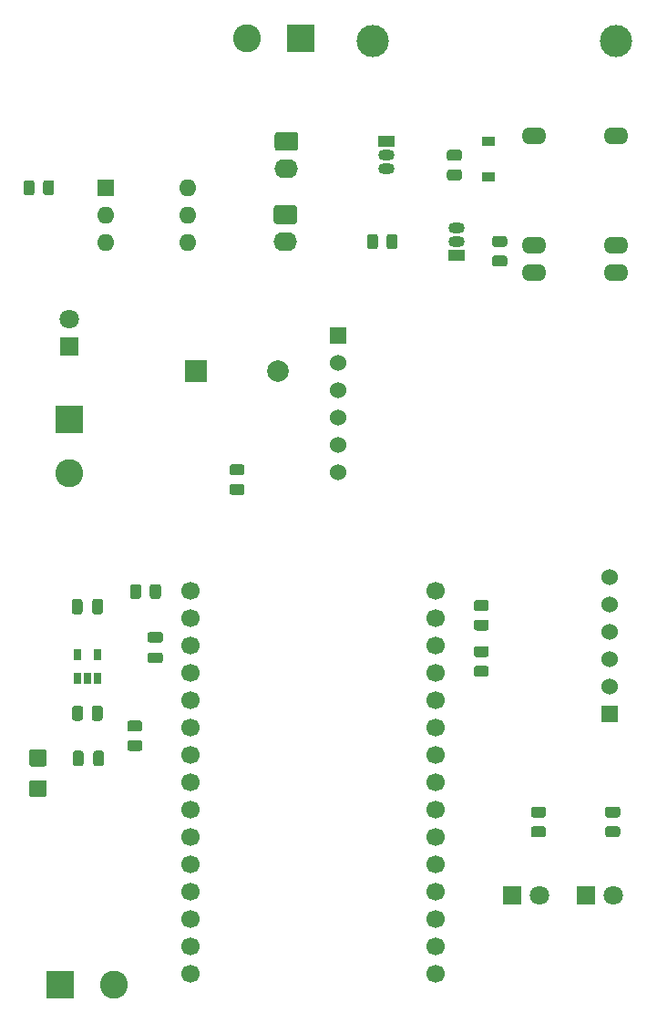
<source format=gbr>
%TF.GenerationSoftware,KiCad,Pcbnew,5.1.12-84ad8e8a86~92~ubuntu16.04.1*%
%TF.CreationDate,2022-04-25T15:27:55-03:00*%
%TF.ProjectId,Avionica,4176696f-6e69-4636-912e-6b696361645f,rev?*%
%TF.SameCoordinates,Original*%
%TF.FileFunction,Soldermask,Top*%
%TF.FilePolarity,Negative*%
%FSLAX46Y46*%
G04 Gerber Fmt 4.6, Leading zero omitted, Abs format (unit mm)*
G04 Created by KiCad (PCBNEW 5.1.12-84ad8e8a86~92~ubuntu16.04.1) date 2022-04-25 15:27:55*
%MOMM*%
%LPD*%
G01*
G04 APERTURE LIST*
%ADD10O,2.300000X1.600000*%
%ADD11R,1.524000X1.524000*%
%ADD12C,1.524000*%
%ADD13R,2.000000X2.000000*%
%ADD14C,2.000000*%
%ADD15R,1.800000X1.800000*%
%ADD16C,1.800000*%
%ADD17R,1.200000X0.900000*%
%ADD18C,3.000000*%
%ADD19C,2.600000*%
%ADD20R,2.600000X2.600000*%
%ADD21O,2.190000X1.740000*%
%ADD22O,1.500000X1.050000*%
%ADD23R,1.500000X1.050000*%
%ADD24R,0.650000X1.060000*%
%ADD25R,1.600000X1.600000*%
%ADD26O,1.600000X1.600000*%
%ADD27C,1.700000*%
G04 APERTURE END LIST*
D10*
%TO.C,K1*%
X152910000Y-61760000D03*
X152910000Y-71920000D03*
X145290000Y-61760000D03*
X145290000Y-71920000D03*
X152910000Y-74460000D03*
X145290000Y-74460000D03*
%TD*%
D11*
%TO.C,A1*%
X152300000Y-115500000D03*
D12*
X152300000Y-112960000D03*
X152300000Y-110420000D03*
X152300000Y-107880000D03*
X152300000Y-105340000D03*
X152300000Y-102800000D03*
%TD*%
D11*
%TO.C,A2*%
X127100000Y-80300000D03*
D12*
X127100000Y-82840000D03*
X127100000Y-85380000D03*
X127100000Y-87920000D03*
X127100000Y-90460000D03*
X127100000Y-93000000D03*
%TD*%
D13*
%TO.C,BZ1*%
X113900000Y-83600000D03*
D14*
X121500000Y-83600000D03*
%TD*%
%TO.C,C1*%
G36*
G01*
X109625000Y-109750000D02*
X110575000Y-109750000D01*
G75*
G02*
X110825000Y-110000000I0J-250000D01*
G01*
X110825000Y-110500000D01*
G75*
G02*
X110575000Y-110750000I-250000J0D01*
G01*
X109625000Y-110750000D01*
G75*
G02*
X109375000Y-110500000I0J250000D01*
G01*
X109375000Y-110000000D01*
G75*
G02*
X109625000Y-109750000I250000J0D01*
G01*
G37*
G36*
G01*
X109625000Y-107850000D02*
X110575000Y-107850000D01*
G75*
G02*
X110825000Y-108100000I0J-250000D01*
G01*
X110825000Y-108600000D01*
G75*
G02*
X110575000Y-108850000I-250000J0D01*
G01*
X109625000Y-108850000D01*
G75*
G02*
X109375000Y-108600000I0J250000D01*
G01*
X109375000Y-108100000D01*
G75*
G02*
X109625000Y-107850000I250000J0D01*
G01*
G37*
%TD*%
%TO.C,C2*%
G36*
G01*
X102450000Y-120075000D02*
X102450000Y-119125000D01*
G75*
G02*
X102700000Y-118875000I250000J0D01*
G01*
X103200000Y-118875000D01*
G75*
G02*
X103450000Y-119125000I0J-250000D01*
G01*
X103450000Y-120075000D01*
G75*
G02*
X103200000Y-120325000I-250000J0D01*
G01*
X102700000Y-120325000D01*
G75*
G02*
X102450000Y-120075000I0J250000D01*
G01*
G37*
G36*
G01*
X104350000Y-120075000D02*
X104350000Y-119125000D01*
G75*
G02*
X104600000Y-118875000I250000J0D01*
G01*
X105100000Y-118875000D01*
G75*
G02*
X105350000Y-119125000I0J-250000D01*
G01*
X105350000Y-120075000D01*
G75*
G02*
X105100000Y-120325000I-250000J0D01*
G01*
X104600000Y-120325000D01*
G75*
G02*
X104350000Y-120075000I0J250000D01*
G01*
G37*
%TD*%
%TO.C,C3*%
G36*
G01*
X102350000Y-105975000D02*
X102350000Y-105025000D01*
G75*
G02*
X102600000Y-104775000I250000J0D01*
G01*
X103100000Y-104775000D01*
G75*
G02*
X103350000Y-105025000I0J-250000D01*
G01*
X103350000Y-105975000D01*
G75*
G02*
X103100000Y-106225000I-250000J0D01*
G01*
X102600000Y-106225000D01*
G75*
G02*
X102350000Y-105975000I0J250000D01*
G01*
G37*
G36*
G01*
X104250000Y-105975000D02*
X104250000Y-105025000D01*
G75*
G02*
X104500000Y-104775000I250000J0D01*
G01*
X105000000Y-104775000D01*
G75*
G02*
X105250000Y-105025000I0J-250000D01*
G01*
X105250000Y-105975000D01*
G75*
G02*
X105000000Y-106225000I-250000J0D01*
G01*
X104500000Y-106225000D01*
G75*
G02*
X104250000Y-105975000I0J250000D01*
G01*
G37*
%TD*%
D15*
%TO.C,D1*%
X150100000Y-132300000D03*
D16*
X152640000Y-132300000D03*
%TD*%
%TO.C,D2*%
X102100000Y-78760000D03*
D15*
X102100000Y-81300000D03*
%TD*%
D17*
%TO.C,D3*%
X141090000Y-62260000D03*
X141090000Y-65560000D03*
%TD*%
D15*
%TO.C,D4*%
X143260000Y-132300000D03*
D16*
X145800000Y-132300000D03*
%TD*%
%TO.C,F1*%
G36*
G01*
X98625000Y-118750000D02*
X99775000Y-118750000D01*
G75*
G02*
X100025000Y-119000000I0J-250000D01*
G01*
X100025000Y-120100000D01*
G75*
G02*
X99775000Y-120350000I-250000J0D01*
G01*
X98625000Y-120350000D01*
G75*
G02*
X98375000Y-120100000I0J250000D01*
G01*
X98375000Y-119000000D01*
G75*
G02*
X98625000Y-118750000I250000J0D01*
G01*
G37*
G36*
G01*
X98625000Y-121600000D02*
X99775000Y-121600000D01*
G75*
G02*
X100025000Y-121850000I0J-250000D01*
G01*
X100025000Y-122950000D01*
G75*
G02*
X99775000Y-123200000I-250000J0D01*
G01*
X98625000Y-123200000D01*
G75*
G02*
X98375000Y-122950000I0J250000D01*
G01*
X98375000Y-121850000D01*
G75*
G02*
X98625000Y-121600000I250000J0D01*
G01*
G37*
%TD*%
D18*
%TO.C,F2*%
X130300000Y-53000000D03*
X152900000Y-53000000D03*
%TD*%
D19*
%TO.C,J1*%
X106300000Y-140600000D03*
D20*
X101300000Y-140600000D03*
%TD*%
%TO.C,J2*%
X102100000Y-88100000D03*
D19*
X102100000Y-93100000D03*
%TD*%
D21*
%TO.C,J3*%
X122300000Y-64840000D03*
G36*
G01*
X121454999Y-61430000D02*
X123145001Y-61430000D01*
G75*
G02*
X123395000Y-61679999I0J-249999D01*
G01*
X123395000Y-62920001D01*
G75*
G02*
X123145001Y-63170000I-249999J0D01*
G01*
X121454999Y-63170000D01*
G75*
G02*
X121205000Y-62920001I0J249999D01*
G01*
X121205000Y-61679999D01*
G75*
G02*
X121454999Y-61430000I249999J0D01*
G01*
G37*
%TD*%
%TO.C,J4*%
G36*
G01*
X121354999Y-68230000D02*
X123045001Y-68230000D01*
G75*
G02*
X123295000Y-68479999I0J-249999D01*
G01*
X123295000Y-69720001D01*
G75*
G02*
X123045001Y-69970000I-249999J0D01*
G01*
X121354999Y-69970000D01*
G75*
G02*
X121105000Y-69720001I0J249999D01*
G01*
X121105000Y-68479999D01*
G75*
G02*
X121354999Y-68230000I249999J0D01*
G01*
G37*
X122200000Y-71640000D03*
%TD*%
D20*
%TO.C,J5*%
X123600000Y-52700000D03*
D19*
X118600000Y-52700000D03*
%TD*%
D22*
%TO.C,Q1*%
X131600000Y-63570000D03*
X131600000Y-64840000D03*
D23*
X131600000Y-62300000D03*
%TD*%
%TO.C,Q2*%
X138100000Y-72900000D03*
D22*
X138100000Y-70360000D03*
X138100000Y-71630000D03*
%TD*%
%TO.C,R1*%
G36*
G01*
X108800000Y-103649998D02*
X108800000Y-104550002D01*
G75*
G02*
X108550002Y-104800000I-249998J0D01*
G01*
X108024998Y-104800000D01*
G75*
G02*
X107775000Y-104550002I0J249998D01*
G01*
X107775000Y-103649998D01*
G75*
G02*
X108024998Y-103400000I249998J0D01*
G01*
X108550002Y-103400000D01*
G75*
G02*
X108800000Y-103649998I0J-249998D01*
G01*
G37*
G36*
G01*
X110625000Y-103649998D02*
X110625000Y-104550002D01*
G75*
G02*
X110375002Y-104800000I-249998J0D01*
G01*
X109849998Y-104800000D01*
G75*
G02*
X109600000Y-104550002I0J249998D01*
G01*
X109600000Y-103649998D01*
G75*
G02*
X109849998Y-103400000I249998J0D01*
G01*
X110375002Y-103400000D01*
G75*
G02*
X110625000Y-103649998I0J-249998D01*
G01*
G37*
%TD*%
%TO.C,R2*%
G36*
G01*
X140850002Y-105900000D02*
X139949998Y-105900000D01*
G75*
G02*
X139700000Y-105650002I0J249998D01*
G01*
X139700000Y-105124998D01*
G75*
G02*
X139949998Y-104875000I249998J0D01*
G01*
X140850002Y-104875000D01*
G75*
G02*
X141100000Y-105124998I0J-249998D01*
G01*
X141100000Y-105650002D01*
G75*
G02*
X140850002Y-105900000I-249998J0D01*
G01*
G37*
G36*
G01*
X140850002Y-107725000D02*
X139949998Y-107725000D01*
G75*
G02*
X139700000Y-107475002I0J249998D01*
G01*
X139700000Y-106949998D01*
G75*
G02*
X139949998Y-106700000I249998J0D01*
G01*
X140850002Y-106700000D01*
G75*
G02*
X141100000Y-106949998I0J-249998D01*
G01*
X141100000Y-107475002D01*
G75*
G02*
X140850002Y-107725000I-249998J0D01*
G01*
G37*
%TD*%
%TO.C,R3*%
G36*
G01*
X140850002Y-112012500D02*
X139949998Y-112012500D01*
G75*
G02*
X139700000Y-111762502I0J249998D01*
G01*
X139700000Y-111237498D01*
G75*
G02*
X139949998Y-110987500I249998J0D01*
G01*
X140850002Y-110987500D01*
G75*
G02*
X141100000Y-111237498I0J-249998D01*
G01*
X141100000Y-111762502D01*
G75*
G02*
X140850002Y-112012500I-249998J0D01*
G01*
G37*
G36*
G01*
X140850002Y-110187500D02*
X139949998Y-110187500D01*
G75*
G02*
X139700000Y-109937502I0J249998D01*
G01*
X139700000Y-109412498D01*
G75*
G02*
X139949998Y-109162500I249998J0D01*
G01*
X140850002Y-109162500D01*
G75*
G02*
X141100000Y-109412498I0J-249998D01*
G01*
X141100000Y-109937502D01*
G75*
G02*
X140850002Y-110187500I-249998J0D01*
G01*
G37*
%TD*%
%TO.C,R4*%
G36*
G01*
X103400000Y-114949998D02*
X103400000Y-115850002D01*
G75*
G02*
X103150002Y-116100000I-249998J0D01*
G01*
X102624998Y-116100000D01*
G75*
G02*
X102375000Y-115850002I0J249998D01*
G01*
X102375000Y-114949998D01*
G75*
G02*
X102624998Y-114700000I249998J0D01*
G01*
X103150002Y-114700000D01*
G75*
G02*
X103400000Y-114949998I0J-249998D01*
G01*
G37*
G36*
G01*
X105225000Y-114949998D02*
X105225000Y-115850002D01*
G75*
G02*
X104975002Y-116100000I-249998J0D01*
G01*
X104449998Y-116100000D01*
G75*
G02*
X104200000Y-115850002I0J249998D01*
G01*
X104200000Y-114949998D01*
G75*
G02*
X104449998Y-114700000I249998J0D01*
G01*
X104975002Y-114700000D01*
G75*
G02*
X105225000Y-114949998I0J-249998D01*
G01*
G37*
%TD*%
%TO.C,R5*%
G36*
G01*
X107749998Y-116075000D02*
X108650002Y-116075000D01*
G75*
G02*
X108900000Y-116324998I0J-249998D01*
G01*
X108900000Y-116850002D01*
G75*
G02*
X108650002Y-117100000I-249998J0D01*
G01*
X107749998Y-117100000D01*
G75*
G02*
X107500000Y-116850002I0J249998D01*
G01*
X107500000Y-116324998D01*
G75*
G02*
X107749998Y-116075000I249998J0D01*
G01*
G37*
G36*
G01*
X107749998Y-117900000D02*
X108650002Y-117900000D01*
G75*
G02*
X108900000Y-118149998I0J-249998D01*
G01*
X108900000Y-118675002D01*
G75*
G02*
X108650002Y-118925000I-249998J0D01*
G01*
X107749998Y-118925000D01*
G75*
G02*
X107500000Y-118675002I0J249998D01*
G01*
X107500000Y-118149998D01*
G75*
G02*
X107749998Y-117900000I249998J0D01*
G01*
G37*
%TD*%
%TO.C,R6*%
G36*
G01*
X152149998Y-124062500D02*
X153050002Y-124062500D01*
G75*
G02*
X153300000Y-124312498I0J-249998D01*
G01*
X153300000Y-124837502D01*
G75*
G02*
X153050002Y-125087500I-249998J0D01*
G01*
X152149998Y-125087500D01*
G75*
G02*
X151900000Y-124837502I0J249998D01*
G01*
X151900000Y-124312498D01*
G75*
G02*
X152149998Y-124062500I249998J0D01*
G01*
G37*
G36*
G01*
X152149998Y-125887500D02*
X153050002Y-125887500D01*
G75*
G02*
X153300000Y-126137498I0J-249998D01*
G01*
X153300000Y-126662502D01*
G75*
G02*
X153050002Y-126912500I-249998J0D01*
G01*
X152149998Y-126912500D01*
G75*
G02*
X151900000Y-126662502I0J249998D01*
G01*
X151900000Y-126137498D01*
G75*
G02*
X152149998Y-125887500I249998J0D01*
G01*
G37*
%TD*%
%TO.C,R7*%
G36*
G01*
X100712500Y-66149998D02*
X100712500Y-67050002D01*
G75*
G02*
X100462502Y-67300000I-249998J0D01*
G01*
X99937498Y-67300000D01*
G75*
G02*
X99687500Y-67050002I0J249998D01*
G01*
X99687500Y-66149998D01*
G75*
G02*
X99937498Y-65900000I249998J0D01*
G01*
X100462502Y-65900000D01*
G75*
G02*
X100712500Y-66149998I0J-249998D01*
G01*
G37*
G36*
G01*
X98887500Y-66149998D02*
X98887500Y-67050002D01*
G75*
G02*
X98637502Y-67300000I-249998J0D01*
G01*
X98112498Y-67300000D01*
G75*
G02*
X97862500Y-67050002I0J249998D01*
G01*
X97862500Y-66149998D01*
G75*
G02*
X98112498Y-65900000I249998J0D01*
G01*
X98637502Y-65900000D01*
G75*
G02*
X98887500Y-66149998I0J-249998D01*
G01*
G37*
%TD*%
%TO.C,R8*%
G36*
G01*
X137449998Y-64900000D02*
X138350002Y-64900000D01*
G75*
G02*
X138600000Y-65149998I0J-249998D01*
G01*
X138600000Y-65675002D01*
G75*
G02*
X138350002Y-65925000I-249998J0D01*
G01*
X137449998Y-65925000D01*
G75*
G02*
X137200000Y-65675002I0J249998D01*
G01*
X137200000Y-65149998D01*
G75*
G02*
X137449998Y-64900000I249998J0D01*
G01*
G37*
G36*
G01*
X137449998Y-63075000D02*
X138350002Y-63075000D01*
G75*
G02*
X138600000Y-63324998I0J-249998D01*
G01*
X138600000Y-63850002D01*
G75*
G02*
X138350002Y-64100000I-249998J0D01*
G01*
X137449998Y-64100000D01*
G75*
G02*
X137200000Y-63850002I0J249998D01*
G01*
X137200000Y-63324998D01*
G75*
G02*
X137449998Y-63075000I249998J0D01*
G01*
G37*
%TD*%
%TO.C,R9*%
G36*
G01*
X130800000Y-71149998D02*
X130800000Y-72050002D01*
G75*
G02*
X130550002Y-72300000I-249998J0D01*
G01*
X130024998Y-72300000D01*
G75*
G02*
X129775000Y-72050002I0J249998D01*
G01*
X129775000Y-71149998D01*
G75*
G02*
X130024998Y-70900000I249998J0D01*
G01*
X130550002Y-70900000D01*
G75*
G02*
X130800000Y-71149998I0J-249998D01*
G01*
G37*
G36*
G01*
X132625000Y-71149998D02*
X132625000Y-72050002D01*
G75*
G02*
X132375002Y-72300000I-249998J0D01*
G01*
X131849998Y-72300000D01*
G75*
G02*
X131600000Y-72050002I0J249998D01*
G01*
X131600000Y-71149998D01*
G75*
G02*
X131849998Y-70900000I249998J0D01*
G01*
X132375002Y-70900000D01*
G75*
G02*
X132625000Y-71149998I0J-249998D01*
G01*
G37*
%TD*%
%TO.C,R10*%
G36*
G01*
X141649998Y-71075000D02*
X142550002Y-71075000D01*
G75*
G02*
X142800000Y-71324998I0J-249998D01*
G01*
X142800000Y-71850002D01*
G75*
G02*
X142550002Y-72100000I-249998J0D01*
G01*
X141649998Y-72100000D01*
G75*
G02*
X141400000Y-71850002I0J249998D01*
G01*
X141400000Y-71324998D01*
G75*
G02*
X141649998Y-71075000I249998J0D01*
G01*
G37*
G36*
G01*
X141649998Y-72900000D02*
X142550002Y-72900000D01*
G75*
G02*
X142800000Y-73149998I0J-249998D01*
G01*
X142800000Y-73675002D01*
G75*
G02*
X142550002Y-73925000I-249998J0D01*
G01*
X141649998Y-73925000D01*
G75*
G02*
X141400000Y-73675002I0J249998D01*
G01*
X141400000Y-73149998D01*
G75*
G02*
X141649998Y-72900000I249998J0D01*
G01*
G37*
%TD*%
%TO.C,R11*%
G36*
G01*
X118150002Y-95137500D02*
X117249998Y-95137500D01*
G75*
G02*
X117000000Y-94887502I0J249998D01*
G01*
X117000000Y-94362498D01*
G75*
G02*
X117249998Y-94112500I249998J0D01*
G01*
X118150002Y-94112500D01*
G75*
G02*
X118400000Y-94362498I0J-249998D01*
G01*
X118400000Y-94887502D01*
G75*
G02*
X118150002Y-95137500I-249998J0D01*
G01*
G37*
G36*
G01*
X118150002Y-93312500D02*
X117249998Y-93312500D01*
G75*
G02*
X117000000Y-93062502I0J249998D01*
G01*
X117000000Y-92537498D01*
G75*
G02*
X117249998Y-92287500I249998J0D01*
G01*
X118150002Y-92287500D01*
G75*
G02*
X118400000Y-92537498I0J-249998D01*
G01*
X118400000Y-93062502D01*
G75*
G02*
X118150002Y-93312500I-249998J0D01*
G01*
G37*
%TD*%
%TO.C,R12*%
G36*
G01*
X145249998Y-125900000D02*
X146150002Y-125900000D01*
G75*
G02*
X146400000Y-126149998I0J-249998D01*
G01*
X146400000Y-126675002D01*
G75*
G02*
X146150002Y-126925000I-249998J0D01*
G01*
X145249998Y-126925000D01*
G75*
G02*
X145000000Y-126675002I0J249998D01*
G01*
X145000000Y-126149998D01*
G75*
G02*
X145249998Y-125900000I249998J0D01*
G01*
G37*
G36*
G01*
X145249998Y-124075000D02*
X146150002Y-124075000D01*
G75*
G02*
X146400000Y-124324998I0J-249998D01*
G01*
X146400000Y-124850002D01*
G75*
G02*
X146150002Y-125100000I-249998J0D01*
G01*
X145249998Y-125100000D01*
G75*
G02*
X145000000Y-124850002I0J249998D01*
G01*
X145000000Y-124324998D01*
G75*
G02*
X145249998Y-124075000I249998J0D01*
G01*
G37*
%TD*%
D24*
%TO.C,U1*%
X102850000Y-112200000D03*
X103800000Y-112200000D03*
X104750000Y-112200000D03*
X104750000Y-110000000D03*
X102850000Y-110000000D03*
%TD*%
D25*
%TO.C,U2*%
X105500000Y-66600000D03*
D26*
X113120000Y-71680000D03*
X105500000Y-69140000D03*
X113120000Y-69140000D03*
X105500000Y-71680000D03*
X113120000Y-66600000D03*
%TD*%
D27*
%TO.C,U3*%
X113405000Y-104050000D03*
X113405000Y-106590000D03*
X113405000Y-109130000D03*
X113405000Y-111670000D03*
X113405000Y-114210000D03*
X113405000Y-116750000D03*
X113405000Y-119290000D03*
X113405000Y-121830000D03*
X113405000Y-124370000D03*
X113405000Y-126910000D03*
X113405000Y-129450000D03*
X113405000Y-131990000D03*
X113405000Y-134530000D03*
X113405000Y-137070000D03*
X113405000Y-139610000D03*
X136160000Y-139610000D03*
X136160000Y-137070000D03*
X136160000Y-134530000D03*
X136160000Y-131990000D03*
X136160000Y-129450000D03*
X136160000Y-126910000D03*
X136160000Y-124370000D03*
X136160000Y-121830000D03*
X136160000Y-119290000D03*
X136160000Y-116750000D03*
X136160000Y-114210000D03*
X136160000Y-111670000D03*
X136160000Y-109130000D03*
X136160000Y-106590000D03*
X136160000Y-104050000D03*
%TD*%
M02*

</source>
